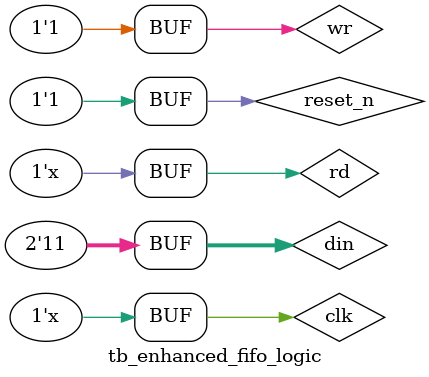
<source format=v>

module	tb_enhanced_fifo_logic # (
	parameter 	abits = 3,
	parameter 	dbits = 2,
	parameter	rd_pkt = 2)();
    
	reg	clk;
	reg 	reset_n;
	reg 	wr;					// write to the stack 
	reg 	rd;					// read from the stack
	reg 	[1:0] din;		
	wire	empty;				// stack empty
	wire	full;				// stack full
	wire	[7:0] dout;  	// ram

initial begin        

	clk = 1;       	
  	reset_n = 1;   
  	wr = 'x;
	rd = 'x;
	din= 1;
// reset system	
  	#10 
  	reset_n = 0;    
  	#20 
	reset_n = 1;
	#10
// wring data
	wr = 1;
	#20
	din=2;
	#20
	din=3;
	#20
	wr=1;


//	rd=0;
//	#10
//	din=1;
//	wr=0;
//	rd=1;
//	#40
//	din=2;
//	wr=1;
//	rd=0;
//	#10
//	din=3;
//	wr=1;
//	rd=0;
//	#20
//	din=1;
//	wr=1;
//	rd=0;
//	#100
//	din=5;
//	wr=0;
//	rd=1;
//	#10
//	din=3;
//	wr=0;
//	rd=1;
//	#40
//	din=4;
//	wr=1;
//	rd=0;
//	#10
//	din=5;
//	wr=1;
//	rd=0;
//	#20
//	din=6;
//	wr=1;
//	rd=0;
//	#40
//	din=4;
//	wr=1;
//	rd=1;
	
	

 
end

always begin
  #5 clk = ~clk; 
end


enhanced_fifo_logic U_fifo (
	.clk(clk),
	.reset_n(reset_n),
	.write(wr),
	.read(rd),
	.din(din),
	.empty(empty),
	.full(full),
	.dout(dout));

endmodule

</source>
